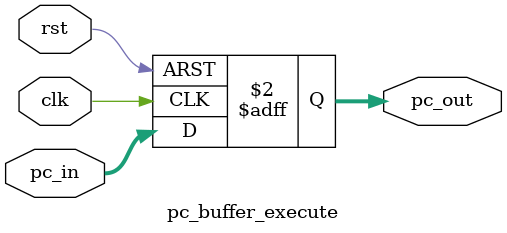
<source format=sv>
module pc_buffer_execute (
    input logic clk,
    input logic rst,
    input logic [31:0] pc_in,
    output logic [31:0] pc_out
);

  always_ff @(posedge clk or posedge rst) begin
    if (rst) begin
      pc_out <= 0;
    end else begin
      pc_out <= pc_in;
    end
  end
endmodule

</source>
